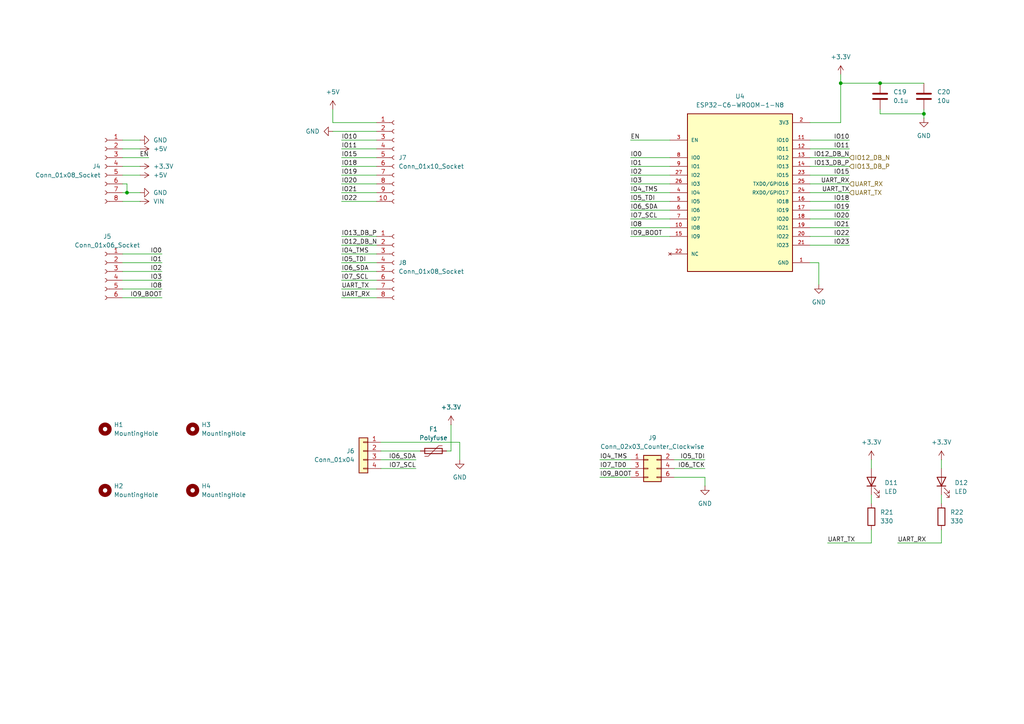
<source format=kicad_sch>
(kicad_sch (version 20250114) (generator "eeschema") (generator_version "9.0")
  (paper "A4")
  (lib_symbols
    (symbol "Connector:Conn_01x06_Socket" (pin_names (offset 1.016) (hide yes))
      (property "Reference" "J" (at 0 7.62 0))
      (property "Value" "Conn_01x06_Socket" (at 0 -10.16 0))
      (symbol "Conn_01x06_Socket_1_1"
        (polyline (pts (xy -1.27 5.08) (xy -0.508 5.08)) (stroke (width 0.1524)))
        (polyline (pts (xy -1.27 2.54) (xy -0.508 2.54)) (stroke (width 0.1524)))
        (polyline (pts (xy -1.27 0) (xy -0.508 0)) (stroke (width 0.1524)))
        (polyline (pts (xy -1.27 -2.54) (xy -0.508 -2.54)) (stroke (width 0.1524)))
        (polyline (pts (xy -1.27 -5.08) (xy -0.508 -5.08)) (stroke (width 0.1524)))
        (polyline (pts (xy -1.27 -7.62) (xy -0.508 -7.62)) (stroke (width 0.1524)))
        (arc (start 0 4.572) (mid -0.5058 5.08) (end 0 5.588) (stroke (width 0.1524)))
        (arc (start 0 2.032) (mid -0.5058 2.54) (end 0 3.048) (stroke (width 0.1524)))
        (arc (start 0 -0.508) (mid -0.5058 0) (end 0 0.508) (stroke (width 0.1524)))
        (arc (start 0 -3.048) (mid -0.5058 -2.54) (end 0 -2.032) (stroke (width 0.1524)))
        (arc (start 0 -5.588) (mid -0.5058 -5.08) (end 0 -4.572) (stroke (width 0.1524)))
        (arc (start 0 -8.128) (mid -0.5058 -7.62) (end 0 -7.112) (stroke (width 0.1524)))
        (pin passive line (at -5.08 5.08 0) (length 3.81) (name "Pin_1") (number "1"))
        (pin passive line (at -5.08 2.54 0) (length 3.81) (name "Pin_2") (number "2"))
        (pin passive line (at -5.08 0 0) (length 3.81) (name "Pin_3") (number "3"))
        (pin passive line (at -5.08 -2.54 0) (length 3.81) (name "Pin_4") (number "4"))
        (pin passive line (at -5.08 -5.08 0) (length 3.81) (name "Pin_5") (number "5"))
        (pin passive line (at -5.08 -7.62 0) (length 3.81) (name "Pin_6") (number "6"))
      )
    )
    (symbol "Connector:Conn_01x08_Socket" (pin_names (offset 1.016) (hide yes))
      (property "Reference" "J" (at 0 10.16 0))
      (property "Value" "Conn_01x08_Socket" (at 0 -12.7 0))
      (symbol "Conn_01x08_Socket_1_1"
        (polyline (pts (xy -1.27 7.62) (xy -0.508 7.62)) (stroke (width 0.1524)))
        (polyline (pts (xy -1.27 5.08) (xy -0.508 5.08)) (stroke (width 0.1524)))
        (polyline (pts (xy -1.27 2.54) (xy -0.508 2.54)) (stroke (width 0.1524)))
        (polyline (pts (xy -1.27 0) (xy -0.508 0)) (stroke (width 0.1524)))
        (polyline (pts (xy -1.27 -2.54) (xy -0.508 -2.54)) (stroke (width 0.1524)))
        (polyline (pts (xy -1.27 -5.08) (xy -0.508 -5.08)) (stroke (width 0.1524)))
        (polyline (pts (xy -1.27 -7.62) (xy -0.508 -7.62)) (stroke (width 0.1524)))
        (polyline (pts (xy -1.27 -10.16) (xy -0.508 -10.16)) (stroke (width 0.1524)))
        (arc (start 0 7.112) (mid -0.5058 7.62) (end 0 8.128) (stroke (width 0.1524)))
        (arc (start 0 4.572) (mid -0.5058 5.08) (end 0 5.588) (stroke (width 0.1524)))
        (arc (start 0 2.032) (mid -0.5058 2.54) (end 0 3.048) (stroke (width 0.1524)))
        (arc (start 0 -0.508) (mid -0.5058 0) (end 0 0.508) (stroke (width 0.1524)))
        (arc (start 0 -3.048) (mid -0.5058 -2.54) (end 0 -2.032) (stroke (width 0.1524)))
        (arc (start 0 -5.588) (mid -0.5058 -5.08) (end 0 -4.572) (stroke (width 0.1524)))
        (arc (start 0 -8.128) (mid -0.5058 -7.62) (end 0 -7.112) (stroke (width 0.1524)))
        (arc (start 0 -10.668) (mid -0.5058 -10.16) (end 0 -9.652) (stroke (width 0.1524)))
        (pin passive line (at -5.08 7.62 0) (length 3.81) (name "Pin_1") (number "1"))
        (pin passive line (at -5.08 5.08 0) (length 3.81) (name "Pin_2") (number "2"))
        (pin passive line (at -5.08 2.54 0) (length 3.81) (name "Pin_3") (number "3"))
        (pin passive line (at -5.08 0 0) (length 3.81) (name "Pin_4") (number "4"))
        (pin passive line (at -5.08 -2.54 0) (length 3.81) (name "Pin_5") (number "5"))
        (pin passive line (at -5.08 -5.08 0) (length 3.81) (name "Pin_6") (number "6"))
        (pin passive line (at -5.08 -7.62 0) (length 3.81) (name "Pin_7") (number "7"))
        (pin passive line (at -5.08 -10.16 0) (length 3.81) (name "Pin_8") (number "8"))
      )
    )
    (symbol "Connector:Conn_01x10_Socket" (pin_names (offset 1.016) (hide yes))
      (property "Reference" "J" (at 0 12.7 0))
      (property "Value" "Conn_01x10_Socket" (at 0 -15.24 0))
      (symbol "Conn_01x10_Socket_1_1"
        (polyline (pts (xy -1.27 10.16) (xy -0.508 10.16)) (stroke (width 0.1524)))
        (polyline (pts (xy -1.27 7.62) (xy -0.508 7.62)) (stroke (width 0.1524)))
        (polyline (pts (xy -1.27 5.08) (xy -0.508 5.08)) (stroke (width 0.1524)))
        (polyline (pts (xy -1.27 2.54) (xy -0.508 2.54)) (stroke (width 0.1524)))
        (polyline (pts (xy -1.27 0) (xy -0.508 0)) (stroke (width 0.1524)))
        (polyline (pts (xy -1.27 -2.54) (xy -0.508 -2.54)) (stroke (width 0.1524)))
        (polyline (pts (xy -1.27 -5.08) (xy -0.508 -5.08)) (stroke (width 0.1524)))
        (polyline (pts (xy -1.27 -7.62) (xy -0.508 -7.62)) (stroke (width 0.1524)))
        (polyline (pts (xy -1.27 -10.16) (xy -0.508 -10.16)) (stroke (width 0.1524)))
        (polyline (pts (xy -1.27 -12.7) (xy -0.508 -12.7)) (stroke (width 0.1524)))
        (arc (start 0 9.652) (mid -0.5058 10.16) (end 0 10.668) (stroke (width 0.1524)))
        (arc (start 0 7.112) (mid -0.5058 7.62) (end 0 8.128) (stroke (width 0.1524)))
        (arc (start 0 4.572) (mid -0.5058 5.08) (end 0 5.588) (stroke (width 0.1524)))
        (arc (start 0 2.032) (mid -0.5058 2.54) (end 0 3.048) (stroke (width 0.1524)))
        (arc (start 0 -0.508) (mid -0.5058 0) (end 0 0.508) (stroke (width 0.1524)))
        (arc (start 0 -3.048) (mid -0.5058 -2.54) (end 0 -2.032) (stroke (width 0.1524)))
        (arc (start 0 -5.588) (mid -0.5058 -5.08) (end 0 -4.572) (stroke (width 0.1524)))
        (arc (start 0 -8.128) (mid -0.5058 -7.62) (end 0 -7.112) (stroke (width 0.1524)))
        (arc (start 0 -10.668) (mid -0.5058 -10.16) (end 0 -9.652) (stroke (width 0.1524)))
        (arc (start 0 -13.208) (mid -0.5058 -12.7) (end 0 -12.192) (stroke (width 0.1524)))
        (pin passive line (at -5.08 10.16 0) (length 3.81) (name "Pin_1") (number "1"))
        (pin passive line (at -5.08 7.62 0) (length 3.81) (name "Pin_2") (number "2"))
        (pin passive line (at -5.08 5.08 0) (length 3.81) (name "Pin_3") (number "3"))
        (pin passive line (at -5.08 2.54 0) (length 3.81) (name "Pin_4") (number "4"))
        (pin passive line (at -5.08 0 0) (length 3.81) (name "Pin_5") (number "5"))
        (pin passive line (at -5.08 -2.54 0) (length 3.81) (name "Pin_6") (number "6"))
        (pin passive line (at -5.08 -5.08 0) (length 3.81) (name "Pin_7") (number "7"))
        (pin passive line (at -5.08 -7.62 0) (length 3.81) (name "Pin_8") (number "8"))
        (pin passive line (at -5.08 -10.16 0) (length 3.81) (name "Pin_9") (number "9"))
        (pin passive line (at -5.08 -12.7 0) (length 3.81) (name "Pin_10") (number "10"))
      )
    )
    (symbol "Connector_Generic:Conn_01x04" (pin_names (offset 1.016) (hide yes))
      (property "Reference" "J" (at 0 5.08 0))
      (property "Value" "Conn_01x04" (at 0 -7.62 0))
      (symbol "Conn_01x04_1_1"
        (rectangle (start -1.27 3.81) (end 1.27 -6.35) (stroke (width 0.254)) (fill (type background)))
        (rectangle (start -1.27 2.667) (end 0 2.413) (stroke (width 0.1524)))
        (rectangle (start -1.27 0.127) (end 0 -0.127) (stroke (width 0.1524)))
        (rectangle (start -1.27 -2.413) (end 0 -2.667) (stroke (width 0.1524)))
        (rectangle (start -1.27 -4.953) (end 0 -5.207) (stroke (width 0.1524)))
        (pin passive line (at -5.08 2.54 0) (length 3.81) (name "Pin_1") (number "1"))
        (pin passive line (at -5.08 0 0) (length 3.81) (name "Pin_2") (number "2"))
        (pin passive line (at -5.08 -2.54 0) (length 3.81) (name "Pin_3") (number "3"))
        (pin passive line (at -5.08 -5.08 0) (length 3.81) (name "Pin_4") (number "4"))
      )
    )
    (symbol "Connector_Generic:Conn_02x03_Odd_Even" (pin_names (offset 1.016) (hide yes))
      (property "Reference" "J" (at 1.27 5.08 0))
      (property "Value" "Conn_02x03_Odd_Even" (at 1.27 -5.08 0))
      (symbol "Conn_02x03_Odd_Even_1_1"
        (rectangle (start -1.27 3.81) (end 3.81 -3.81) (stroke (width 0.254)) (fill (type background)))
        (rectangle (start -1.27 2.667) (end 0 2.413) (stroke (width 0.1524)))
        (rectangle (start -1.27 0.127) (end 0 -0.127) (stroke (width 0.1524)))
        (rectangle (start -1.27 -2.413) (end 0 -2.667) (stroke (width 0.1524)))
        (rectangle (start 3.81 2.667) (end 2.54 2.413) (stroke (width 0.1524)))
        (rectangle (start 3.81 0.127) (end 2.54 -0.127) (stroke (width 0.1524)))
        (rectangle (start 3.81 -2.413) (end 2.54 -2.667) (stroke (width 0.1524)))
        (pin passive line (at -5.08 2.54 0) (length 3.81) (name "Pin_1") (number "1"))
        (pin passive line (at -5.08 0 0) (length 3.81) (name "Pin_3") (number "3"))
        (pin passive line (at -5.08 -2.54 0) (length 3.81) (name "Pin_5") (number "5"))
        (pin passive line (at 7.62 2.54 180) (length 3.81) (name "Pin_2") (number "2"))
        (pin passive line (at 7.62 0 180) (length 3.81) (name "Pin_4") (number "4"))
        (pin passive line (at 7.62 -2.54 180) (length 3.81) (name "Pin_6") (number "6"))
      )
    )
    (symbol "Device:C" (pin_numbers (hide yes)) (pin_names (offset 0.254))
      (property "Reference" "C" (at 0.635 2.54 0))
      (property "Value" "C" (at 0.635 -2.54 0))
      (symbol "C_0_1"
        (polyline (pts (xy -2.032 0.762) (xy 2.032 0.762)) (stroke (width 0.508)))
        (polyline (pts (xy -2.032 -0.762) (xy 2.032 -0.762)) (stroke (width 0.508)))
      )
      (symbol "C_1_1"
        (pin passive line (at 0 3.81 270) (length 2.794) (name "~") (number "1"))
        (pin passive line (at 0 -3.81 90) (length 2.794) (name "~") (number "2"))
      )
    )
    (symbol "Device:LED" (pin_numbers (hide yes)) (pin_names (offset 1.016) (hide yes))
      (property "Reference" "D" (at 0 2.54 0))
      (property "Value" "LED" (at 0 -2.54 0))
      (symbol "LED_0_1"
        (polyline (pts (xy -3.048 -0.762) (xy -4.572 -2.286) (xy -3.81 -2.286) (xy -4.572 -2.286) (xy -4.572 -1.524)))
        (polyline (pts (xy -1.778 -0.762) (xy -3.302 -2.286) (xy -2.54 -2.286) (xy -3.302 -2.286) (xy -3.302 -1.524)))
        (polyline (pts (xy -1.27 0) (xy 1.27 0)))
        (polyline (pts (xy -1.27 -1.27) (xy -1.27 1.27)) (stroke (width 0.254)))
        (polyline (pts (xy 1.27 -1.27) (xy 1.27 1.27) (xy -1.27 0) (xy 1.27 -1.27)) (stroke (width 0.254)))
      )
      (symbol "LED_1_1"
        (pin passive line (at -3.81 0 0) (length 2.54) (name "K") (number "1"))
        (pin passive line (at 3.81 0 180) (length 2.54) (name "A") (number "2"))
      )
    )
    (symbol "Device:Polyfuse" (pin_numbers (hide yes)) (pin_names (offset 0))
      (property "Reference" "F" (at -2.54 0 90))
      (property "Value" "Polyfuse" (at 2.54 0 90))
      (symbol "Polyfuse_0_1"
        (polyline (pts (xy -1.524 2.54) (xy -1.524 1.524) (xy 1.524 -1.524) (xy 1.524 -2.54)))
        (rectangle (start -0.762 2.54) (end 0.762 -2.54) (stroke (width 0.254)))
        (polyline (pts (xy 0 2.54) (xy 0 -2.54)))
      )
      (symbol "Polyfuse_1_1"
        (pin passive line (at 0 3.81 270) (length 1.27) (name "~") (number "1"))
        (pin passive line (at 0 -3.81 90) (length 1.27) (name "~") (number "2"))
      )
    )
    (symbol "Device:R" (pin_numbers (hide yes)) (pin_names (offset 0))
      (property "Reference" "R" (at 2.032 0 90))
      (property "Value" "R" (at 0 0 90))
      (symbol "R_0_1"
        (rectangle (start -1.016 -2.54) (end 1.016 2.54) (stroke (width 0.254)))
      )
      (symbol "R_1_1"
        (pin passive line (at 0 3.81 270) (length 1.27) (name "~") (number "1"))
        (pin passive line (at 0 -3.81 90) (length 1.27) (name "~") (number "2"))
      )
    )
    (symbol "Mechanical:MountingHole" (pin_names (offset 1.016)) (in_bom no)
      (property "Reference" "H" (at 0 5.08 0))
      (property "Value" "MountingHole" (at 0 3.175 0))
      (symbol "MountingHole_0_1"
        (circle (center 0 0) (radius 1.27) (stroke (width 1.27)))
      )
    )
    (symbol "power:+3.3V" (power) (pin_numbers (hide yes)) (pin_names (offset 0) (hide yes))
      (property "Value" "+3.3V" (at 0 3.556 0))
      (symbol "+3.3V_0_1"
        (polyline (pts (xy -0.762 1.27) (xy 0 2.54)))
        (polyline (pts (xy 0 2.54) (xy 0.762 1.27)))
        (polyline (pts (xy 0 0) (xy 0 2.54)))
      )
      (symbol "+3.3V_1_1"
        (pin power_in line (at 0 0 90) (length 0) (name "~") (number "1"))
      )
    )
    (symbol "power:+5V" (power) (pin_numbers (hide yes)) (pin_names (offset 0) (hide yes))
      (property "Value" "+5V" (at 0 3.556 0))
      (symbol "+5V_0_1"
        (polyline (pts (xy -0.762 1.27) (xy 0 2.54)))
        (polyline (pts (xy 0 2.54) (xy 0.762 1.27)))
        (polyline (pts (xy 0 0) (xy 0 2.54)))
      )
      (symbol "+5V_1_1"
        (pin power_in line (at 0 0 90) (length 0) (name "~") (number "1"))
      )
    )
    (symbol "power:GND" (power) (pin_numbers (hide yes)) (pin_names (offset 0) (hide yes))
      (property "Value" "GND" (at 0 -3.81 0))
      (symbol "GND_0_1"
        (polyline (pts (xy 0 0) (xy 0 -1.27) (xy 1.27 -1.27) (xy 0 -2.54) (xy -1.27 -1.27) (xy 0 -1.27)))
      )
      (symbol "GND_1_1"
        (pin power_in line (at 0 0 270) (length 0) (name "~") (number "1"))
      )
    )
    (symbol "power:VBUS" (power) (pin_numbers (hide yes)) (pin_names (offset 0) (hide yes))
      (property "Value" "VBUS" (at 0 3.556 0))
      (symbol "VBUS_0_1"
        (polyline (pts (xy -0.762 1.27) (xy 0 2.54)))
        (polyline (pts (xy 0 2.54) (xy 0.762 1.27)))
        (polyline (pts (xy 0 0) (xy 0 2.54)))
      )
      (symbol "VBUS_1_1"
        (pin power_in line (at 0 0 90) (length 0) (name "~") (number "1"))
      )
    )
    (symbol "uno-esp:ESP32-C6-WROOM-1-N8" (pin_names (offset 1.016))
      (property "Reference" "U" (at -15.24 23.622 0))
      (property "Value" "ESP32-C6-WROOM-1-N8" (at -15.24 -25.4 0))
      (symbol "ESP32-C6-WROOM-1-N8_0_0"
        (rectangle (start -15.24 -22.86) (end 15.24 22.86) (stroke (width 0.254)) (fill (type background)))
        (pin input line (at -20.32 15.24 0) (length 5.08) (name "EN") (number "3"))
        (pin bidirectional line (at -20.32 10.16 0) (length 5.08) (name "IO0") (number "8"))
        (pin bidirectional line (at -20.32 7.62 0) (length 5.08) (name "IO1") (number "9"))
        (pin bidirectional line (at -20.32 5.08 0) (length 5.08) (name "IO2") (number "27"))
        (pin bidirectional line (at -20.32 2.54 0) (length 5.08) (name "IO3") (number "26"))
        (pin bidirectional line (at -20.32 0 0) (length 5.08) (name "IO4") (number "4"))
        (pin bidirectional line (at -20.32 -2.54 0) (length 5.08) (name "IO5") (number "5"))
        (pin bidirectional line (at -20.32 -5.08 0) (length 5.08) (name "IO6") (number "6"))
        (pin bidirectional line (at -20.32 -7.62 0) (length 5.08) (name "IO7") (number "7"))
        (pin bidirectional line (at -20.32 -10.16 0) (length 5.08) (name "IO8") (number "10"))
        (pin bidirectional line (at -20.32 -12.7 0) (length 5.08) (name "IO9") (number "15"))
        (pin no_connect line (at -20.32 -17.78 0) (length 5.08) (name "NC") (number "22"))
        (pin power_in line (at 20.32 20.32 180) (length 5.08) (name "3V3") (number "2"))
        (pin bidirectional line (at 20.32 15.24 180) (length 5.08) (name "IO10") (number "11"))
        (pin bidirectional line (at 20.32 12.7 180) (length 5.08) (name "IO11") (number "12"))
        (pin bidirectional line (at 20.32 10.16 180) (length 5.08) (name "IO12") (number "13"))
        (pin bidirectional line (at 20.32 7.62 180) (length 5.08) (name "IO13") (number "14"))
        (pin bidirectional line (at 20.32 5.08 180) (length 5.08) (name "IO15") (number "23"))
        (pin bidirectional line (at 20.32 2.54 180) (length 5.08) (name "TXD0/GPIO16") (number "25"))
        (pin bidirectional line (at 20.32 0 180) (length 5.08) (name "RXD0/GPIO17") (number "24"))
        (pin bidirectional line (at 20.32 -2.54 180) (length 5.08) (name "IO18") (number "16"))
        (pin bidirectional line (at 20.32 -5.08 180) (length 5.08) (name "IO19") (number "17"))
        (pin bidirectional line (at 20.32 -7.62 180) (length 5.08) (name "IO20") (number "18"))
        (pin bidirectional line (at 20.32 -10.16 180) (length 5.08) (name "IO21") (number "19"))
        (pin bidirectional line (at 20.32 -12.7 180) (length 5.08) (name "IO22") (number "20"))
        (pin bidirectional line (at 20.32 -15.24 180) (length 5.08) (name "IO23") (number "21"))
        (pin power_in line (at 20.32 -20.32 180) (length 5.08) (name "GND") (number "1"))
        (pin power_in line (at 20.32 -20.32 180) (length 5.08) (hide yes) (name "GND") (number "28"))
        (pin power_in line (at 20.32 -20.32 180) (length 5.08) (hide yes) (name "GND") (number "29_1"))
        (pin power_in line (at 20.32 -20.32 180) (length 5.08) (hide yes) (name "GND") (number "29_2"))
        (pin power_in line (at 20.32 -20.32 180) (length 5.08) (hide yes) (name "GND") (number "29_3"))
        (pin power_in line (at 20.32 -20.32 180) (length 5.08) (hide yes) (name "GND") (number "29_4"))
        (pin power_in line (at 20.32 -20.32 180) (length 5.08) (hide yes) (name "GND") (number "29_5"))
        (pin power_in line (at 20.32 -20.32 180) (length 5.08) (hide yes) (name "GND") (number "29_6"))
        (pin power_in line (at 20.32 -20.32 180) (length 5.08) (hide yes) (name "GND") (number "29_7"))
        (pin power_in line (at 20.32 -20.32 180) (length 5.08) (hide yes) (name "GND") (number "29_8"))
        (pin power_in line (at 20.32 -20.32 180) (length 5.08) (hide yes) (name "GND") (number "29_9"))
      )
    )
  )
  (junction (at 255.27 24.13))
  (junction (at 243.84 24.13))
  (junction (at 36.83 55.88))
  (junction (at 267.97 33.02))
  (wire (pts (xy 260.35 157.48) (xy 273.05 157.48)))
  (wire (pts (xy 99.06 71.12) (xy 109.22 71.12)))
  (wire (pts (xy 234.95 40.64) (xy 246.38 40.64)))
  (wire (pts (xy 182.88 68.58) (xy 194.31 68.58)))
  (wire (pts (xy 182.88 53.34) (xy 194.31 53.34)))
  (wire (pts (xy 35.56 45.72) (xy 43.18 45.72)))
  (wire (pts (xy 35.56 78.74) (xy 46.99 78.74)))
  (wire (pts (xy 129.54 130.81) (xy 130.81 130.81)))
  (wire (pts (xy 99.06 76.2) (xy 109.22 76.2)))
  (wire (pts (xy 273.05 133.35) (xy 273.05 135.89)))
  (wire (pts (xy 173.99 135.89) (xy 182.88 135.89)))
  (wire (pts (xy 99.06 86.36) (xy 109.22 86.36)))
  (wire (pts (xy 110.49 133.35) (xy 120.65 133.35)))
  (wire (pts (xy 35.56 76.2) (xy 46.99 76.2)))
  (wire (pts (xy 130.81 130.81) (xy 130.81 123.19)))
  (wire (pts (xy 234.95 71.12) (xy 246.38 71.12)))
  (wire (pts (xy 234.95 45.72) (xy 246.38 45.72)))
  (wire (pts (xy 99.06 58.42) (xy 109.22 58.42)))
  (wire (pts (xy 267.97 31.75) (xy 267.97 33.02)))
  (wire (pts (xy 243.84 21.59) (xy 243.84 24.13)))
  (wire (pts (xy 96.52 35.56) (xy 109.22 35.56)))
  (wire (pts (xy 182.88 40.64) (xy 194.31 40.64)))
  (wire (pts (xy 234.95 53.34) (xy 246.38 53.34)))
  (wire (pts (xy 99.06 43.18) (xy 109.22 43.18)))
  (wire (pts (xy 96.52 38.1) (xy 109.22 38.1)))
  (wire (pts (xy 234.95 48.26) (xy 246.38 48.26)))
  (wire (pts (xy 99.06 81.28) (xy 109.22 81.28)))
  (wire (pts (xy 252.73 133.35) (xy 252.73 135.89)))
  (wire (pts (xy 110.49 135.89) (xy 120.65 135.89)))
  (wire (pts (xy 35.56 40.64) (xy 40.64 40.64)))
  (wire (pts (xy 35.56 48.26) (xy 40.64 48.26)))
  (wire (pts (xy 243.84 35.56) (xy 234.95 35.56)))
  (wire (pts (xy 99.06 48.26) (xy 109.22 48.26)))
  (wire (pts (xy 99.06 55.88) (xy 109.22 55.88)))
  (wire (pts (xy 234.95 76.2) (xy 237.49 76.2)))
  (wire (pts (xy 182.88 55.88) (xy 194.31 55.88)))
  (wire (pts (xy 234.95 58.42) (xy 246.38 58.42)))
  (wire (pts (xy 237.49 76.2) (xy 237.49 82.55)))
  (wire (pts (xy 99.06 45.72) (xy 109.22 45.72)))
  (wire (pts (xy 35.56 81.28) (xy 46.99 81.28)))
  (wire (pts (xy 182.88 48.26) (xy 194.31 48.26)))
  (wire (pts (xy 99.06 53.34) (xy 109.22 53.34)))
  (wire (pts (xy 99.06 40.64) (xy 109.22 40.64)))
  (wire (pts (xy 182.88 45.72) (xy 194.31 45.72)))
  (wire (pts (xy 240.03 157.48) (xy 252.73 157.48)))
  (wire (pts (xy 252.73 157.48) (xy 252.73 153.67)))
  (wire (pts (xy 255.27 33.02) (xy 267.97 33.02)))
  (wire (pts (xy 267.97 33.02) (xy 267.97 34.29)))
  (wire (pts (xy 182.88 63.5) (xy 194.31 63.5)))
  (wire (pts (xy 234.95 60.96) (xy 246.38 60.96)))
  (wire (pts (xy 35.56 55.88) (xy 36.83 55.88)))
  (wire (pts (xy 99.06 50.8) (xy 109.22 50.8)))
  (wire (pts (xy 234.95 66.04) (xy 246.38 66.04)))
  (wire (pts (xy 234.95 43.18) (xy 246.38 43.18)))
  (wire (pts (xy 255.27 24.13) (xy 267.97 24.13)))
  (wire (pts (xy 35.56 83.82) (xy 46.99 83.82)))
  (wire (pts (xy 35.56 86.36) (xy 46.99 86.36)))
  (wire (pts (xy 182.88 66.04) (xy 194.31 66.04)))
  (wire (pts (xy 195.58 133.35) (xy 204.47 133.35)))
  (wire (pts (xy 99.06 73.66) (xy 109.22 73.66)))
  (wire (pts (xy 182.88 50.8) (xy 194.31 50.8)))
  (wire (pts (xy 234.95 50.8) (xy 246.38 50.8)))
  (wire (pts (xy 40.64 58.42) (xy 35.56 58.42)))
  (wire (pts (xy 195.58 135.89) (xy 204.47 135.89)))
  (wire (pts (xy 35.56 43.18) (xy 40.64 43.18)))
  (wire (pts (xy 173.99 138.43) (xy 182.88 138.43)))
  (wire (pts (xy 273.05 157.48) (xy 273.05 153.67)))
  (wire (pts (xy 234.95 68.58) (xy 246.38 68.58)))
  (wire (pts (xy 173.99 133.35) (xy 182.88 133.35)))
  (wire (pts (xy 243.84 24.13) (xy 243.84 35.56)))
  (wire (pts (xy 96.52 31.75) (xy 96.52 35.56)))
  (wire (pts (xy 99.06 78.74) (xy 109.22 78.74)))
  (wire (pts (xy 204.47 138.43) (xy 204.47 140.97)))
  (wire (pts (xy 35.56 73.66) (xy 46.99 73.66)))
  (wire (pts (xy 110.49 130.81) (xy 121.92 130.81)))
  (wire (pts (xy 35.56 50.8) (xy 40.64 50.8)))
  (wire (pts (xy 36.83 53.34) (xy 36.83 55.88)))
  (wire (pts (xy 273.05 143.51) (xy 273.05 146.05)))
  (wire (pts (xy 35.56 53.34) (xy 36.83 53.34)))
  (wire (pts (xy 234.95 63.5) (xy 246.38 63.5)))
  (wire (pts (xy 110.49 128.27) (xy 133.35 128.27)))
  (wire (pts (xy 255.27 31.75) (xy 255.27 33.02)))
  (wire (pts (xy 99.06 68.58) (xy 109.22 68.58)))
  (wire (pts (xy 252.73 143.51) (xy 252.73 146.05)))
  (wire (pts (xy 182.88 60.96) (xy 194.31 60.96)))
  (wire (pts (xy 36.83 55.88) (xy 40.64 55.88)))
  (wire (pts (xy 234.95 55.88) (xy 246.38 55.88)))
  (wire (pts (xy 133.35 128.27) (xy 133.35 133.35)))
  (wire (pts (xy 99.06 83.82) (xy 109.22 83.82)))
  (wire (pts (xy 195.58 138.43) (xy 204.47 138.43)))
  (wire (pts (xy 243.84 24.13) (xy 255.27 24.13)))
  (wire (pts (xy 182.88 58.42) (xy 194.31 58.42)))
  (label "IO22" (at 99.06 58.42 0))
  (label "IO20" (at 246.38 63.5 180))
  (label "IO2" (at 46.99 78.74 180))
  (label "IO11" (at 246.38 43.18 180))
  (label "IO7_SCL" (at 120.65 135.89 180))
  (label "IO9_BOOT" (at 46.99 86.36 180))
  (label "IO5_TDI" (at 182.88 58.42 0))
  (label "IO6_SDA" (at 182.88 60.96 0))
  (label "UART_TX" (at 99.06 83.82 0))
  (label "UART_RX" (at 246.38 53.34 180))
  (label "IO5_TDI" (at 99.06 76.2 0))
  (label "IO7_SCL" (at 182.88 63.5 0))
  (label "IO4_TMS" (at 99.06 73.66 0))
  (label "IO6_SDA" (at 99.06 78.74 0))
  (label "UART_TX" (at 240.03 157.48 0))
  (label "IO5_TDI" (at 204.47 133.35 180))
  (label "IO3" (at 182.88 53.34 0))
  (label "IO21" (at 99.06 55.88 0))
  (label "IO8" (at 46.99 83.82 180))
  (label "IO19" (at 246.38 60.96 180))
  (label "IO6_SDA" (at 120.65 133.35 180))
  (label "IO3" (at 46.99 81.28 180))
  (label "IO9_BOOT" (at 182.88 68.58 0))
  (label "IO12_DB_N" (at 246.38 45.72 180))
  (label "IO13_DB_P" (at 99.06 68.58 0))
  (label "IO1" (at 182.88 48.26 0))
  (label "IO20" (at 99.06 53.34 0))
  (label "UART_TX" (at 246.38 55.88 180))
  (label "IO22" (at 246.38 68.58 180))
  (label "UART_RX" (at 99.06 86.36 0))
  (label "IO0" (at 182.88 45.72 0))
  (label "IO8" (at 182.88 66.04 0))
  (label "EN" (at 182.88 40.64 0))
  (label "IO2" (at 182.88 50.8 0))
  (label "IO6_TCK" (at 204.47 135.89 180))
  (label "IO15" (at 246.38 50.8 180))
  (label "IO7_SCL" (at 99.06 81.28 0))
  (label "IO21" (at 246.38 66.04 180))
  (label "IO0" (at 46.99 73.66 180))
  (label "IO4_TMS" (at 182.88 55.88 0))
  (label "IO4_TMS" (at 173.99 133.35 0))
  (label "IO13_DB_P" (at 246.38 48.26 180))
  (label "IO12_DB_N" (at 99.06 71.12 0))
  (label "IO15" (at 99.06 45.72 0))
  (label "IO19" (at 99.06 50.8 0))
  (label "IO10" (at 99.06 40.64 0))
  (label "IO11" (at 99.06 43.18 0))
  (label "IO10" (at 246.38 40.64 180))
  (label "IO1" (at 46.99 76.2 180))
  (label "IO7_TD0" (at 173.99 135.89 0))
  (label "IO18" (at 246.38 58.42 180))
  (label "UART_RX" (at 260.35 157.48 0))
  (label "IO9_BOOT" (at 173.99 138.43 0))
  (label "EN" (at 43.18 45.72 180))
  (label "IO18" (at 99.06 48.26 0))
  (label "IO23" (at 246.38 71.12 180))
  (hierarchical_label "UART_TX" (shape input) (at 246.38 55.88 0))
  (hierarchical_label "IO13_DB_P" (shape input) (at 246.38 48.26 0))
  (hierarchical_label "IO12_DB_N" (shape input) (at 246.38 45.72 0))
  (hierarchical_label "UART_RX" (shape input) (at 246.38 53.34 0))
  (symbol (lib_id "power:GND") (at 96.52 38.1 270) (mirror x) (unit 1)
    (property "Reference" "#PWR057" (effects (hide yes)))
    (property "Value" "GND" (at 92.71 38.0999 90) (effects (justify right)))
    (property "Description" "Power symbol creates a global label with name \"GND\" , ground" (effects (hide yes)))
  )
  (symbol (lib_id "Device:R") (at 273.05 149.86 0) (unit 1)
    (property "Reference" "R22" (at 275.59 148.5899 0) (effects (justify left)))
    (property "Value" "330" (at 275.59 151.1299 0) (effects (justify left)))
    (property "Footprint" "Resistor_SMD:R_0201_0603Metric" (effects (hide yes)))
    (property "Description" "Resistor" (effects (hide yes)))
  )
  (symbol (lib_id "power:GND") (at 40.64 55.88 90) (unit 1)
    (property "Reference" "#PWR054" (effects (hide yes)))
    (property "Value" "GND" (at 44.45 55.8799 90) (effects (justify right)))
    (property "Description" "Power symbol creates a global label with name \"GND\" , ground" (effects (hide yes)))
  )
  (symbol (lib_id "Device:LED") (at 252.73 139.7 90) (unit 1)
    (property "Reference" "D11" (at 256.54 140.0174 90) (effects (justify right)))
    (property "Value" "LED" (at 256.54 142.5574 90) (effects (justify right)))
    (property "Footprint" "LED_SMD:LED_0201_0603Metric" (effects (hide yes)))
    (property "Description" "Light emitting diode" (effects (hide yes)))
    (property "Sim.Pins" "1=K 2=A" (effects (hide yes)))
  )
  (symbol (lib_id "Device:Polyfuse") (at 125.73 130.81 90) (unit 1)
    (property "Reference" "F1" (at 125.73 124.46 90))
    (property "Value" "Polyfuse" (at 125.73 127 90))
    (property "Footprint" "uno-esp:FUSE_F050-2" (effects (hide yes)))
    (property "Description" "Resettable fuse, polymeric positive temperature coefficient" (effects (hide yes)))
  )
  (symbol (lib_id "power:+5V") (at 40.64 50.8 270) (unit 1)
    (property "Reference" "#PWR053" (effects (hide yes)))
    (property "Value" "+5V" (at 44.45 50.7999 90) (effects (justify left)))
    (property "Description" "Power symbol creates a global label with name \"+5V\"" (effects (hide yes)))
  )
  (symbol (lib_id "Device:R") (at 252.73 149.86 0) (unit 1)
    (property "Reference" "R21" (at 255.27 148.5899 0) (effects (justify left)))
    (property "Value" "330" (at 255.27 151.1299 0) (effects (justify left)))
    (property "Footprint" "Resistor_SMD:R_0201_0603Metric" (effects (hide yes)))
    (property "Description" "Resistor" (effects (hide yes)))
  )
  (symbol (lib_id "Connector:Conn_01x10_Socket") (at 114.3 45.72 0) (unit 1)
    (property "Reference" "J7" (at 115.57 45.7199 0) (effects (justify left)))
    (property "Value" "Conn_01x10_Socket" (at 115.57 48.2599 0) (effects (justify left)))
    (property "Footprint" "Connector_PinSocket_2.00mm:PinSocket_1x10_P2.00mm_Vertical" (effects (hide yes)))
    (property "Description" "Generic connector, single row, 01x10, script generated" (effects (hide yes)))
  )
  (symbol (lib_id "Connector:Conn_01x08_Socket") (at 114.3 76.2 0) (unit 1)
    (property "Reference" "J8" (at 115.57 76.1999 0) (effects (justify left)))
    (property "Value" "Conn_01x08_Socket" (at 115.57 78.7399 0) (effects (justify left)))
    (property "Footprint" "Connector_PinSocket_1.27mm:PinSocket_1x08_P1.27mm_Vertical" (effects (hide yes)))
    (property "Description" "Generic connector, single row, 01x08, script generated" (effects (hide yes)))
  )
  (symbol (lib_id "Connector:Conn_01x06_Socket") (at 30.48 78.74 0) (mirror y) (unit 1)
    (property "Reference" "J5" (at 31.115 68.58 0))
    (property "Value" "Conn_01x06_Socket" (at 31.115 71.12 0))
    (property "Footprint" "Connector_PinSocket_2.00mm:PinSocket_1x06_P2.00mm_Vertical" (effects (hide yes)))
    (property "Description" "Generic connector, single row, 01x06, script generated" (effects (hide yes)))
  )
  (symbol (lib_id "Connector:Conn_01x08_Socket") (at 30.48 48.26 0) (mirror y) (unit 1)
    (property "Reference" "J4" (at 29.21 48.2599 0) (effects (justify left)))
    (property "Value" "Conn_01x08_Socket" (at 29.21 50.7999 0) (effects (justify left)))
    (property "Footprint" "Connector_PinSocket_1.27mm:PinSocket_1x08_P1.27mm_Vertical" (effects (hide yes)))
    (property "Description" "Generic connector, single row, 01x08, script generated" (effects (hide yes)))
  )
  (symbol (lib_id "Mechanical:MountingHole") (at 30.48 124.46 0) (unit 1) (in_bom no)
    (property "Reference" "H1" (at 33.02 123.1899 0) (effects (justify left)))
    (property "Value" "MountingHole" (at 33.02 125.7299 0) (effects (justify left)))
    (property "Footprint" "MountingHole:MountingHole_2.1mm" (effects (hide yes)))
    (property "Description" "Mounting Hole without connection" (effects (hide yes)))
  )
  (symbol (lib_id "power:GND") (at 133.35 133.35 0) (unit 1)
    (property "Reference" "#PWR059" (effects (hide yes)))
    (property "Value" "GND" (at 133.35 138.43 0))
    (property "Description" "Power symbol creates a global label with name \"GND\" , ground" (effects (hide yes)))
  )
  (symbol (lib_id "power:+3.3V") (at 243.84 21.59 0) (unit 1)
    (property "Reference" "#PWR062" (effects (hide yes)))
    (property "Value" "+3.3V" (at 243.84 16.51 0))
    (property "Description" "Power symbol creates a global label with name \"+3.3V\"" (effects (hide yes)))
  )
  (symbol (lib_id "power:GND") (at 40.64 40.64 90) (unit 1)
    (property "Reference" "#PWR050" (effects (hide yes)))
    (property "Value" "GND" (at 44.45 40.6399 90) (effects (justify right)))
    (property "Description" "Power symbol creates a global label with name \"GND\" , ground" (effects (hide yes)))
  )
  (symbol (lib_id "power:GND") (at 267.97 34.29 0) (unit 1)
    (property "Reference" "#PWR064" (effects (hide yes)))
    (property "Value" "GND" (at 267.97 39.37 0))
    (property "Description" "Power symbol creates a global label with name \"GND\" , ground" (effects (hide yes)))
  )
  (symbol (lib_id "power:+3.3V") (at 252.73 133.35 0) (unit 1)
    (property "Reference" "#PWR063" (effects (hide yes)))
    (property "Value" "+3.3V" (at 252.73 128.27 0))
    (property "Description" "Power symbol creates a global label with name \"+3.3V\"" (effects (hide yes)))
  )
  (symbol (lib_id "Connector_Generic:Conn_02x03_Odd_Even") (at 187.96 135.89 0) (unit 1)
    (property "Reference" "J9" (at 189.23 127 0))
    (property "Value" "Conn_02x03_Counter_Clockwise" (at 189.23 129.54 0))
    (property "Footprint" "Connector_PinHeader_2.00mm:PinHeader_2x03_P2.00mm_Vertical" (effects (hide yes)))
    (property "Description" "Generic connector, double row, 02x03, odd/even pin numbering scheme (row 1 odd numbers, row 2 even numbers), script generated (kicad-library-utils/schlib/autogen/connector/)" (effects (hide yes)))
  )
  (symbol (lib_id "power:+3.3V") (at 273.05 133.35 0) (unit 1)
    (property "Reference" "#PWR065" (effects (hide yes)))
    (property "Value" "+3.3V" (at 273.05 128.27 0))
    (property "Description" "Power symbol creates a global label with name \"+3.3V\"" (effects (hide yes)))
  )
  (symbol (lib_id "Mechanical:MountingHole") (at 55.88 124.46 0) (unit 1) (in_bom no)
    (property "Reference" "H3" (at 58.42 123.1899 0) (effects (justify left)))
    (property "Value" "MountingHole" (at 58.42 125.7299 0) (effects (justify left)))
    (property "Footprint" "MountingHole:MountingHole_2.1mm" (effects (hide yes)))
    (property "Description" "Mounting Hole without connection" (effects (hide yes)))
  )
  (symbol (lib_id "Connector_Generic:Conn_01x04") (at 105.41 130.81 0) (mirror y) (unit 1)
    (property "Reference" "J6" (at 102.87 130.8099 0) (effects (justify left)))
    (property "Value" "Conn_01x04" (at 102.87 133.3499 0) (effects (justify left)))
    (property "Footprint" "Connector_JST:JST_XH_S4B-XH-A-1_1x04_P2.50mm_Horizontal" (effects (hide yes)))
    (property "Description" "Generic connector, single row, 01x04, script generated (kicad-library-utils/schlib/autogen/connector/)" (effects (hide yes)))
  )
  (symbol (lib_id "power:GND") (at 204.47 140.97 0) (unit 1)
    (property "Reference" "#PWR060" (effects (hide yes)))
    (property "Value" "GND" (at 204.47 146.05 0))
    (property "Description" "Power symbol creates a global label with name \"GND\" , ground" (effects (hide yes)))
  )
  (symbol (lib_id "Mechanical:MountingHole") (at 55.88 142.24 0) (unit 1) (in_bom no)
    (property "Reference" "H4" (at 58.42 140.9699 0) (effects (justify left)))
    (property "Value" "MountingHole" (at 58.42 143.5099 0) (effects (justify left)))
    (property "Footprint" "MountingHole:MountingHole_2.1mm" (effects (hide yes)))
    (property "Description" "Mounting Hole without connection" (effects (hide yes)))
  )
  (symbol (lib_id "uno-esp:ESP32-C6-WROOM-1-N8") (at 214.63 55.88 0) (unit 1)
    (property "Reference" "U4" (at 214.63 27.94 0))
    (property "Value" "ESP32-C6-WROOM-1-N8" (at 214.63 30.48 0))
    (property "Footprint" "uno-esp:XCVR_ESP32-C6-WROOM-1-N8" (effects (hide yes)))
    (property "MF" "Espressif Systems" (effects (hide yes)))
    (property "MAXIMUM_PACKAGE_HEIGHT" "3.25mm" (effects (hide yes)))
    (property "Package" "SMD-28 Espressif Systems" (effects (hide yes)))
    (property "Price" "None" (effects (hide yes)))
    (property "Check_prices" "https://www.snapeda.com/parts/ESP32-C6-WROOM-1-N8/Espressif+Systems/view-part/?ref=eda" (effects (hide yes)))
    (property "STANDARD" "Manufacturer Recommendations" (effects (hide yes)))
    (property "PARTREV" "1.0" (effects (hide yes)))
    (property "SnapEDA_Link" "https://www.snapeda.com/parts/ESP32-C6-WROOM-1-N8/Espressif+Systems/view-part/?ref=snap" (effects (hide yes)))
    (property "MP" "ESP32-C6-WROOM-1-N8" (effects (hide yes)))
    (property "Description_1" "Multiprotocol Modules ESP32-C6 module, Wi-Fi 6 in 2.4 GHz band, Bluetooth 5, Zigbee 3.0 and Thread. ESP34-WROOM Compatible - ENGINEERING SAMPLE" (effects (hide yes)))
    (property "Availability" "In Stock" (effects (hide yes)))
    (property "MANUFACTURER" "Espressif Systems" (effects (hide yes)))
  )
  (symbol (lib_id "power:GND") (at 237.49 82.55 0) (unit 1)
    (property "Reference" "#PWR061" (effects (hide yes)))
    (property "Value" "GND" (at 237.49 87.63 0))
    (property "Description" "Power symbol creates a global label with name \"GND\" , ground" (effects (hide yes)))
  )
  (symbol (lib_id "power:VBUS") (at 40.64 58.42 270) (unit 1)
    (property "Reference" "#PWR055" (effects (hide yes)))
    (property "Value" "VIN" (at 44.45 58.4199 90) (effects (justify left)))
    (property "Description" "Power symbol creates a global label with name \"VBUS\"" (effects (hide yes)))
  )
  (symbol (lib_id "power:+5V") (at 96.52 31.75 0) (unit 1)
    (property "Reference" "#PWR056" (effects (hide yes)))
    (property "Value" "+5V" (at 96.52 26.67 0))
    (property "Description" "Power symbol creates a global label with name \"+5V\"" (effects (hide yes)))
  )
  (symbol (lib_id "power:+5V") (at 40.64 43.18 270) (unit 1)
    (property "Reference" "#PWR051" (effects (hide yes)))
    (property "Value" "+5V" (at 44.45 43.1799 90) (effects (justify left)))
    (property "Description" "Power symbol creates a global label with name \"+5V\"" (effects (hide yes)))
  )
  (symbol (lib_id "Device:C") (at 255.27 27.94 0) (unit 1)
    (property "Reference" "C19" (at 259.08 26.6699 0) (effects (justify left)))
    (property "Value" "0.1u" (at 259.08 29.2099 0) (effects (justify left)))
    (property "Footprint" "Capacitor_SMD:C_0402_1005Metric" (effects (hide yes)))
    (property "Description" "Unpolarized capacitor" (effects (hide yes)))
  )
  (symbol (lib_id "power:+3.3V") (at 130.81 123.19 0) (unit 1)
    (property "Reference" "#PWR058" (effects (hide yes)))
    (property "Value" "+3.3V" (at 130.81 118.11 0))
    (property "Description" "Power symbol creates a global label with name \"+3.3V\"" (effects (hide yes)))
  )
  (symbol (lib_id "Device:LED") (at 273.05 139.7 90) (unit 1)
    (property "Reference" "D12" (at 276.86 140.0174 90) (effects (justify right)))
    (property "Value" "LED" (at 276.86 142.5574 90) (effects (justify right)))
    (property "Footprint" "LED_SMD:LED_0201_0603Metric" (effects (hide yes)))
    (property "Description" "Light emitting diode" (effects (hide yes)))
    (property "Sim.Pins" "1=K 2=A" (effects (hide yes)))
  )
  (symbol (lib_id "Device:C") (at 267.97 27.94 0) (unit 1)
    (property "Reference" "C20" (at 271.78 26.6699 0) (effects (justify left)))
    (property "Value" "10u" (at 271.78 29.2099 0) (effects (justify left)))
    (property "Footprint" "Capacitor_SMD:C_0402_1005Metric" (effects (hide yes)))
    (property "Description" "Unpolarized capacitor" (effects (hide yes)))
  )
  (symbol (lib_id "power:+3.3V") (at 40.64 48.26 270) (unit 1)
    (property "Reference" "#PWR052" (effects (hide yes)))
    (property "Value" "+3.3V" (at 44.45 48.2599 90) (effects (justify left)))
    (property "Description" "Power symbol creates a global label with name \"+3.3V\"" (effects (hide yes)))
  )
  (symbol (lib_id "Mechanical:MountingHole") (at 30.48 142.24 0) (unit 1) (in_bom no)
    (property "Reference" "H2" (at 33.02 140.9699 0) (effects (justify left)))
    (property "Value" "MountingHole" (at 33.02 143.5099 0) (effects (justify left)))
    (property "Footprint" "MountingHole:MountingHole_2.1mm" (effects (hide yes)))
    (property "Description" "Mounting Hole without connection" (effects (hide yes)))
  )
)
</source>
